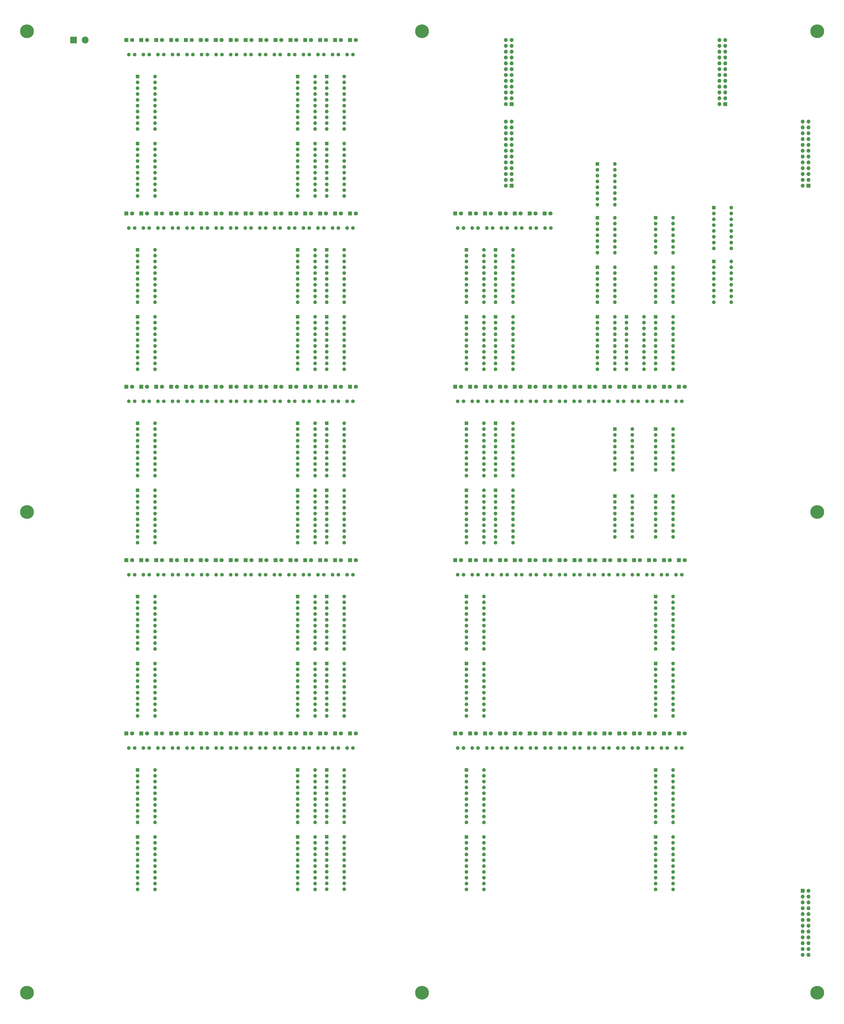
<source format=gbr>
%TF.GenerationSoftware,KiCad,Pcbnew,6.0.7-f9a2dced07~116~ubuntu20.04.1*%
%TF.CreationDate,2022-09-07T21:51:15+02:00*%
%TF.ProjectId,px16_regfile,70783136-5f72-4656-9766-696c652e6b69,1*%
%TF.SameCoordinates,Original*%
%TF.FileFunction,Soldermask,Top*%
%TF.FilePolarity,Negative*%
%FSLAX46Y46*%
G04 Gerber Fmt 4.6, Leading zero omitted, Abs format (unit mm)*
G04 Created by KiCad (PCBNEW 6.0.7-f9a2dced07~116~ubuntu20.04.1) date 2022-09-07 21:51:15*
%MOMM*%
%LPD*%
G01*
G04 APERTURE LIST*
%ADD10R,1.800000X1.800000*%
%ADD11C,1.800000*%
%ADD12R,1.600000X1.600000*%
%ADD13O,1.600000X1.600000*%
%ADD14C,1.600000*%
%ADD15C,6.000000*%
%ADD16R,1.700000X1.700000*%
%ADD17O,1.700000X1.700000*%
%ADD18R,3.000000X3.000000*%
%ADD19C,3.000000*%
G04 APERTURE END LIST*
D10*
%TO.C,D80*%
X77628750Y-373380000D03*
D11*
X80168750Y-373380000D03*
%TD*%
D10*
%TO.C,D93*%
X240665000Y-222250000D03*
D11*
X243205000Y-222250000D03*
%TD*%
D12*
%TO.C,U57*%
X226060000Y-313690000D03*
D13*
X226060000Y-316230000D03*
X226060000Y-318770000D03*
X226060000Y-321310000D03*
X226060000Y-323850000D03*
X226060000Y-326390000D03*
X226060000Y-328930000D03*
X226060000Y-331470000D03*
X226060000Y-334010000D03*
X226060000Y-336550000D03*
X233680000Y-336550000D03*
X233680000Y-334010000D03*
X233680000Y-331470000D03*
X233680000Y-328930000D03*
X233680000Y-326390000D03*
X233680000Y-323850000D03*
X233680000Y-321310000D03*
X233680000Y-318770000D03*
X233680000Y-316230000D03*
X233680000Y-313690000D03*
%TD*%
D10*
%TO.C,D26*%
X116681250Y-146685000D03*
D11*
X119221250Y-146685000D03*
%TD*%
D14*
%TO.C,R57*%
X125730000Y-304165000D03*
D13*
X123190000Y-304165000D03*
%TD*%
D10*
%TO.C,D108*%
X292735000Y-373380000D03*
D11*
X295275000Y-373380000D03*
%TD*%
D10*
%TO.C,D1*%
X175260000Y-71120000D03*
D11*
X177800000Y-71120000D03*
%TD*%
D14*
%TO.C,R50*%
X170180000Y-304165000D03*
D13*
X167640000Y-304165000D03*
%TD*%
D10*
%TO.C,D92*%
X247173750Y-222250000D03*
D11*
X249713750Y-222250000D03*
%TD*%
D12*
%TO.C,U14*%
X152400000Y-238125000D03*
D13*
X152400000Y-240665000D03*
X152400000Y-243205000D03*
X152400000Y-245745000D03*
X152400000Y-248285000D03*
X152400000Y-250825000D03*
X152400000Y-253365000D03*
X152400000Y-255905000D03*
X152400000Y-258445000D03*
X152400000Y-260985000D03*
X160020000Y-260985000D03*
X160020000Y-258445000D03*
X160020000Y-255905000D03*
X160020000Y-253365000D03*
X160020000Y-250825000D03*
X160020000Y-248285000D03*
X160020000Y-245745000D03*
X160020000Y-243205000D03*
X160020000Y-240665000D03*
X160020000Y-238125000D03*
%TD*%
D14*
%TO.C,R90*%
X262890000Y-228600000D03*
D13*
X260350000Y-228600000D03*
%TD*%
D14*
%TO.C,R25*%
X125730000Y-153035000D03*
D13*
X123190000Y-153035000D03*
%TD*%
D14*
%TO.C,R51*%
X163825000Y-304165000D03*
D13*
X161285000Y-304165000D03*
%TD*%
D10*
%TO.C,D36*%
X155733750Y-222250000D03*
D11*
X158273750Y-222250000D03*
%TD*%
D14*
%TO.C,R62*%
X93980000Y-304165000D03*
D13*
X91440000Y-304165000D03*
%TD*%
D14*
%TO.C,R6*%
X144780000Y-77470000D03*
D13*
X142240000Y-77470000D03*
%TD*%
D15*
%TO.C,H3*%
X379095000Y-67310000D03*
%TD*%
D12*
%TO.C,U34*%
X283210000Y-125095000D03*
D13*
X283210000Y-127635000D03*
X283210000Y-130175000D03*
X283210000Y-132715000D03*
X283210000Y-135255000D03*
X283210000Y-137795000D03*
X283210000Y-140335000D03*
X283210000Y-142875000D03*
X290830000Y-142875000D03*
X290830000Y-140335000D03*
X290830000Y-137795000D03*
X290830000Y-135255000D03*
X290830000Y-132715000D03*
X290830000Y-130175000D03*
X290830000Y-127635000D03*
X290830000Y-125095000D03*
%TD*%
D12*
%TO.C,U11*%
X152410000Y-191775000D03*
D13*
X152410000Y-194315000D03*
X152410000Y-196855000D03*
X152410000Y-199395000D03*
X152410000Y-201935000D03*
X152410000Y-204475000D03*
X152410000Y-207015000D03*
X152410000Y-209555000D03*
X152410000Y-212095000D03*
X152410000Y-214635000D03*
X160030000Y-214635000D03*
X160030000Y-212095000D03*
X160030000Y-209555000D03*
X160030000Y-207015000D03*
X160030000Y-204475000D03*
X160030000Y-201935000D03*
X160030000Y-199395000D03*
X160030000Y-196855000D03*
X160030000Y-194315000D03*
X160030000Y-191775000D03*
%TD*%
D12*
%TO.C,U3*%
X165110000Y-87000000D03*
D13*
X165110000Y-89540000D03*
X165110000Y-92080000D03*
X165110000Y-94620000D03*
X165110000Y-97160000D03*
X165110000Y-99700000D03*
X165110000Y-102240000D03*
X165110000Y-104780000D03*
X165110000Y-107320000D03*
X165110000Y-109860000D03*
X172730000Y-109860000D03*
X172730000Y-107320000D03*
X172730000Y-104780000D03*
X172730000Y-102240000D03*
X172730000Y-99700000D03*
X172730000Y-97160000D03*
X172730000Y-94620000D03*
X172730000Y-92080000D03*
X172730000Y-89540000D03*
X172730000Y-87000000D03*
%TD*%
D14*
%TO.C,R66*%
X170180000Y-379730000D03*
D13*
X167640000Y-379730000D03*
%TD*%
D10*
%TO.C,D60*%
X103663750Y-297815000D03*
D11*
X106203750Y-297815000D03*
%TD*%
D10*
%TO.C,D117*%
X234156250Y-373380000D03*
D11*
X236696250Y-373380000D03*
%TD*%
D14*
%TO.C,R76*%
X106680000Y-379730000D03*
D13*
X104140000Y-379730000D03*
%TD*%
D14*
%TO.C,R10*%
X119380000Y-77470000D03*
D13*
X116840000Y-77470000D03*
%TD*%
D12*
%TO.C,U23*%
X152410000Y-342905000D03*
D13*
X152410000Y-345445000D03*
X152410000Y-347985000D03*
X152410000Y-350525000D03*
X152410000Y-353065000D03*
X152410000Y-355605000D03*
X152410000Y-358145000D03*
X152410000Y-360685000D03*
X152410000Y-363225000D03*
X152410000Y-365765000D03*
X160030000Y-365765000D03*
X160030000Y-363225000D03*
X160030000Y-360685000D03*
X160030000Y-358145000D03*
X160030000Y-355605000D03*
X160030000Y-353065000D03*
X160030000Y-350525000D03*
X160030000Y-347985000D03*
X160030000Y-345445000D03*
X160030000Y-342905000D03*
%TD*%
D14*
%TO.C,R34*%
X170175000Y-228600000D03*
D13*
X167635000Y-228600000D03*
%TD*%
D14*
%TO.C,R5*%
X151130000Y-77470000D03*
D13*
X148590000Y-77470000D03*
%TD*%
D14*
%TO.C,R31*%
X87630000Y-153035000D03*
D13*
X85090000Y-153035000D03*
%TD*%
D14*
%TO.C,R43*%
X113025000Y-228600000D03*
D13*
X110485000Y-228600000D03*
%TD*%
D10*
%TO.C,D100*%
X240665000Y-146685000D03*
D11*
X243205000Y-146685000D03*
%TD*%
D14*
%TO.C,R102*%
X231140000Y-153035000D03*
D13*
X228600000Y-153035000D03*
%TD*%
D10*
%TO.C,D85*%
X292735000Y-222250000D03*
D11*
X295275000Y-222250000D03*
%TD*%
D10*
%TO.C,D116*%
X240665000Y-373380000D03*
D11*
X243205000Y-373380000D03*
%TD*%
D14*
%TO.C,R12*%
X106680000Y-77470000D03*
D13*
X104140000Y-77470000D03*
%TD*%
D10*
%TO.C,D56*%
X129698750Y-297815000D03*
D11*
X132238750Y-297815000D03*
%TD*%
D15*
%TO.C,H7*%
X34290000Y-276860000D03*
%TD*%
D10*
%TO.C,D61*%
X97155000Y-297815000D03*
D11*
X99695000Y-297815000D03*
%TD*%
D12*
%TO.C,U48*%
X290830000Y-269875000D03*
D13*
X290830000Y-272415000D03*
X290830000Y-274955000D03*
X290830000Y-277495000D03*
X290830000Y-280035000D03*
X290830000Y-282575000D03*
X290830000Y-285115000D03*
X290830000Y-287655000D03*
X298450000Y-287655000D03*
X298450000Y-285115000D03*
X298450000Y-282575000D03*
X298450000Y-280035000D03*
X298450000Y-277495000D03*
X298450000Y-274955000D03*
X298450000Y-272415000D03*
X298450000Y-269875000D03*
%TD*%
D12*
%TO.C,U10*%
X82560000Y-191775000D03*
D13*
X82560000Y-194315000D03*
X82560000Y-196855000D03*
X82560000Y-199395000D03*
X82560000Y-201935000D03*
X82560000Y-204475000D03*
X82560000Y-207015000D03*
X82560000Y-209555000D03*
X82560000Y-212095000D03*
X82560000Y-214635000D03*
X90180000Y-214635000D03*
X90180000Y-212095000D03*
X90180000Y-209555000D03*
X90180000Y-207015000D03*
X90180000Y-204475000D03*
X90180000Y-201935000D03*
X90180000Y-199395000D03*
X90180000Y-196855000D03*
X90180000Y-194315000D03*
X90180000Y-191775000D03*
%TD*%
D14*
%TO.C,R71*%
X138430000Y-379730000D03*
D13*
X135890000Y-379730000D03*
%TD*%
D12*
%TO.C,U53*%
X308610000Y-389255000D03*
D13*
X308610000Y-391795000D03*
X308610000Y-394335000D03*
X308610000Y-396875000D03*
X308610000Y-399415000D03*
X308610000Y-401955000D03*
X308610000Y-404495000D03*
X308610000Y-407035000D03*
X308610000Y-409575000D03*
X308610000Y-412115000D03*
X316230000Y-412115000D03*
X316230000Y-409575000D03*
X316230000Y-407035000D03*
X316230000Y-404495000D03*
X316230000Y-401955000D03*
X316230000Y-399415000D03*
X316230000Y-396875000D03*
X316230000Y-394335000D03*
X316230000Y-391795000D03*
X316230000Y-389255000D03*
%TD*%
D12*
%TO.C,U45*%
X308610000Y-240665000D03*
D13*
X308610000Y-243205000D03*
X308610000Y-245745000D03*
X308610000Y-248285000D03*
X308610000Y-250825000D03*
X308610000Y-253365000D03*
X308610000Y-255905000D03*
X308610000Y-258445000D03*
X316230000Y-258445000D03*
X316230000Y-255905000D03*
X316230000Y-253365000D03*
X316230000Y-250825000D03*
X316230000Y-248285000D03*
X316230000Y-245745000D03*
X316230000Y-243205000D03*
X316230000Y-240665000D03*
%TD*%
D14*
%TO.C,R92*%
X250190000Y-228600000D03*
D13*
X247650000Y-228600000D03*
%TD*%
D10*
%TO.C,D59*%
X110172500Y-297815000D03*
D11*
X112712500Y-297815000D03*
%TD*%
D14*
%TO.C,R105*%
X313690000Y-379730000D03*
D13*
X311150000Y-379730000D03*
%TD*%
D14*
%TO.C,R107*%
X300990000Y-379730000D03*
D13*
X298450000Y-379730000D03*
%TD*%
D10*
%TO.C,D131*%
X247173750Y-297815000D03*
D11*
X249713750Y-297815000D03*
%TD*%
D10*
%TO.C,D48*%
X77628750Y-222250000D03*
D11*
X80168750Y-222250000D03*
%TD*%
D14*
%TO.C,R72*%
X132080000Y-379730000D03*
D13*
X129540000Y-379730000D03*
%TD*%
D12*
%TO.C,U16*%
X82550000Y-267335000D03*
D13*
X82550000Y-269875000D03*
X82550000Y-272415000D03*
X82550000Y-274955000D03*
X82550000Y-277495000D03*
X82550000Y-280035000D03*
X82550000Y-282575000D03*
X82550000Y-285115000D03*
X82550000Y-287655000D03*
X82550000Y-290195000D03*
X90170000Y-290195000D03*
X90170000Y-287655000D03*
X90170000Y-285115000D03*
X90170000Y-282575000D03*
X90170000Y-280035000D03*
X90170000Y-277495000D03*
X90170000Y-274955000D03*
X90170000Y-272415000D03*
X90170000Y-269875000D03*
X90170000Y-267335000D03*
%TD*%
D14*
%TO.C,R40*%
X132075000Y-228600000D03*
D13*
X129535000Y-228600000D03*
%TD*%
D14*
%TO.C,R52*%
X157475000Y-304165000D03*
D13*
X154935000Y-304165000D03*
%TD*%
D14*
%TO.C,R29*%
X100330000Y-153035000D03*
D13*
X97790000Y-153035000D03*
%TD*%
D14*
%TO.C,R87*%
X281940000Y-228600000D03*
D13*
X279400000Y-228600000D03*
%TD*%
D12*
%TO.C,U25*%
X82560000Y-389260000D03*
D13*
X82560000Y-391800000D03*
X82560000Y-394340000D03*
X82560000Y-396880000D03*
X82560000Y-399420000D03*
X82560000Y-401960000D03*
X82560000Y-404500000D03*
X82560000Y-407040000D03*
X82560000Y-409580000D03*
X82560000Y-412120000D03*
X90180000Y-412120000D03*
X90180000Y-409580000D03*
X90180000Y-407040000D03*
X90180000Y-404500000D03*
X90180000Y-401960000D03*
X90180000Y-399420000D03*
X90180000Y-396880000D03*
X90180000Y-394340000D03*
X90180000Y-391800000D03*
X90180000Y-389260000D03*
%TD*%
D14*
%TO.C,R53*%
X151130000Y-304165000D03*
D13*
X148590000Y-304165000D03*
%TD*%
D10*
%TO.C,D31*%
X84137500Y-146685000D03*
D11*
X86677500Y-146685000D03*
%TD*%
D12*
%TO.C,U42*%
X238760000Y-191770000D03*
D13*
X238760000Y-194310000D03*
X238760000Y-196850000D03*
X238760000Y-199390000D03*
X238760000Y-201930000D03*
X238760000Y-204470000D03*
X238760000Y-207010000D03*
X238760000Y-209550000D03*
X238760000Y-212090000D03*
X238760000Y-214630000D03*
X246380000Y-214630000D03*
X246380000Y-212090000D03*
X246380000Y-209550000D03*
X246380000Y-207010000D03*
X246380000Y-204470000D03*
X246380000Y-201930000D03*
X246380000Y-199390000D03*
X246380000Y-196850000D03*
X246380000Y-194310000D03*
X246380000Y-191770000D03*
%TD*%
D14*
%TO.C,R101*%
X237490000Y-153035000D03*
D13*
X234950000Y-153035000D03*
%TD*%
D14*
%TO.C,R41*%
X125725000Y-228600000D03*
D13*
X123185000Y-228600000D03*
%TD*%
D12*
%TO.C,U37*%
X283210000Y-191770000D03*
D13*
X283210000Y-194310000D03*
X283210000Y-196850000D03*
X283210000Y-199390000D03*
X283210000Y-201930000D03*
X283210000Y-204470000D03*
X283210000Y-207010000D03*
X283210000Y-209550000D03*
X283210000Y-212090000D03*
X283210000Y-214630000D03*
X290830000Y-214630000D03*
X290830000Y-212090000D03*
X290830000Y-209550000D03*
X290830000Y-207010000D03*
X290830000Y-204470000D03*
X290830000Y-201930000D03*
X290830000Y-199390000D03*
X290830000Y-196850000D03*
X290830000Y-194310000D03*
X290830000Y-191770000D03*
%TD*%
D12*
%TO.C,U40*%
X308610000Y-191770000D03*
D13*
X308610000Y-194310000D03*
X308610000Y-196850000D03*
X308610000Y-199390000D03*
X308610000Y-201930000D03*
X308610000Y-204470000D03*
X308610000Y-207010000D03*
X308610000Y-209550000D03*
X308610000Y-212090000D03*
X308610000Y-214630000D03*
X316230000Y-214630000D03*
X316230000Y-212090000D03*
X316230000Y-209550000D03*
X316230000Y-207010000D03*
X316230000Y-204470000D03*
X316230000Y-201930000D03*
X316230000Y-199390000D03*
X316230000Y-196850000D03*
X316230000Y-194310000D03*
X316230000Y-191770000D03*
%TD*%
D12*
%TO.C,U38*%
X238760000Y-162560000D03*
D13*
X238760000Y-165100000D03*
X238760000Y-167640000D03*
X238760000Y-170180000D03*
X238760000Y-172720000D03*
X238760000Y-175260000D03*
X238760000Y-177800000D03*
X238760000Y-180340000D03*
X238760000Y-182880000D03*
X238760000Y-185420000D03*
X246380000Y-185420000D03*
X246380000Y-182880000D03*
X246380000Y-180340000D03*
X246380000Y-177800000D03*
X246380000Y-175260000D03*
X246380000Y-172720000D03*
X246380000Y-170180000D03*
X246380000Y-167640000D03*
X246380000Y-165100000D03*
X246380000Y-162560000D03*
%TD*%
D14*
%TO.C,R42*%
X119375000Y-228600000D03*
D13*
X116835000Y-228600000D03*
%TD*%
D16*
%TO.C,J2*%
X245745000Y-134620000D03*
D17*
X243205000Y-134620000D03*
X245745000Y-132080000D03*
X243205000Y-132080000D03*
X245745000Y-129540000D03*
X243205000Y-129540000D03*
X245745000Y-127000000D03*
X243205000Y-127000000D03*
X245745000Y-124460000D03*
X243205000Y-124460000D03*
X245745000Y-121920000D03*
X243205000Y-121920000D03*
X245745000Y-119380000D03*
X243205000Y-119380000D03*
X245745000Y-116840000D03*
X243205000Y-116840000D03*
X245745000Y-114300000D03*
X243205000Y-114300000D03*
X245745000Y-111760000D03*
X243205000Y-111760000D03*
X245745000Y-109220000D03*
X243205000Y-109220000D03*
X245745000Y-106680000D03*
X243205000Y-106680000D03*
%TD*%
D10*
%TO.C,D57*%
X123190000Y-297815000D03*
D11*
X125730000Y-297815000D03*
%TD*%
D10*
%TO.C,D19*%
X162242500Y-146685000D03*
D11*
X164782500Y-146685000D03*
%TD*%
D10*
%TO.C,D65*%
X175260000Y-373380000D03*
D11*
X177800000Y-373380000D03*
%TD*%
D12*
%TO.C,U44*%
X290830000Y-240665000D03*
D13*
X290830000Y-243205000D03*
X290830000Y-245745000D03*
X290830000Y-248285000D03*
X290830000Y-250825000D03*
X290830000Y-253365000D03*
X290830000Y-255905000D03*
X290830000Y-258445000D03*
X298450000Y-258445000D03*
X298450000Y-255905000D03*
X298450000Y-253365000D03*
X298450000Y-250825000D03*
X298450000Y-248285000D03*
X298450000Y-245745000D03*
X298450000Y-243205000D03*
X298450000Y-240665000D03*
%TD*%
D10*
%TO.C,D104*%
X318770000Y-373380000D03*
D11*
X321310000Y-373380000D03*
%TD*%
D14*
%TO.C,R129*%
X262890000Y-304165000D03*
D13*
X260350000Y-304165000D03*
%TD*%
D12*
%TO.C,U51*%
X226060000Y-267335000D03*
D13*
X226060000Y-269875000D03*
X226060000Y-272415000D03*
X226060000Y-274955000D03*
X226060000Y-277495000D03*
X226060000Y-280035000D03*
X226060000Y-282575000D03*
X226060000Y-285115000D03*
X226060000Y-287655000D03*
X226060000Y-290195000D03*
X233680000Y-290195000D03*
X233680000Y-287655000D03*
X233680000Y-285115000D03*
X233680000Y-282575000D03*
X233680000Y-280035000D03*
X233680000Y-277495000D03*
X233680000Y-274955000D03*
X233680000Y-272415000D03*
X233680000Y-269875000D03*
X233680000Y-267335000D03*
%TD*%
D12*
%TO.C,U52*%
X283210000Y-148590000D03*
D13*
X283210000Y-151130000D03*
X283210000Y-153670000D03*
X283210000Y-156210000D03*
X283210000Y-158750000D03*
X283210000Y-161290000D03*
X283210000Y-163830000D03*
X290830000Y-163830000D03*
X290830000Y-161290000D03*
X290830000Y-158750000D03*
X290830000Y-156210000D03*
X290830000Y-153670000D03*
X290830000Y-151130000D03*
X290830000Y-148590000D03*
%TD*%
D12*
%TO.C,U60*%
X226060000Y-418465000D03*
D13*
X226060000Y-421005000D03*
X226060000Y-423545000D03*
X226060000Y-426085000D03*
X226060000Y-428625000D03*
X226060000Y-431165000D03*
X226060000Y-433705000D03*
X226060000Y-436245000D03*
X226060000Y-438785000D03*
X226060000Y-441325000D03*
X233680000Y-441325000D03*
X233680000Y-438785000D03*
X233680000Y-436245000D03*
X233680000Y-433705000D03*
X233680000Y-431165000D03*
X233680000Y-428625000D03*
X233680000Y-426085000D03*
X233680000Y-423545000D03*
X233680000Y-421005000D03*
X233680000Y-418465000D03*
%TD*%
D14*
%TO.C,R127*%
X275590000Y-304165000D03*
D13*
X273050000Y-304165000D03*
%TD*%
D14*
%TO.C,R65*%
X176530000Y-379730000D03*
D13*
X173990000Y-379730000D03*
%TD*%
D14*
%TO.C,R131*%
X250190000Y-304165000D03*
D13*
X247650000Y-304165000D03*
%TD*%
D12*
%TO.C,U41*%
X295910000Y-191770000D03*
D13*
X295910000Y-194310000D03*
X295910000Y-196850000D03*
X295910000Y-199390000D03*
X295910000Y-201930000D03*
X295910000Y-204470000D03*
X295910000Y-207010000D03*
X295910000Y-209550000D03*
X295910000Y-212090000D03*
X295910000Y-214630000D03*
X303530000Y-214630000D03*
X303530000Y-212090000D03*
X303530000Y-209550000D03*
X303530000Y-207010000D03*
X303530000Y-204470000D03*
X303530000Y-201930000D03*
X303530000Y-199390000D03*
X303530000Y-196850000D03*
X303530000Y-194310000D03*
X303530000Y-191770000D03*
%TD*%
D14*
%TO.C,R28*%
X106680000Y-153035000D03*
D13*
X104140000Y-153035000D03*
%TD*%
D14*
%TO.C,R4*%
X157480000Y-77470000D03*
D13*
X154940000Y-77470000D03*
%TD*%
D14*
%TO.C,R73*%
X125730000Y-379730000D03*
D13*
X123190000Y-379730000D03*
%TD*%
D10*
%TO.C,D6*%
X142716250Y-71120000D03*
D11*
X145256250Y-71120000D03*
%TD*%
D10*
%TO.C,D13*%
X97155000Y-71120000D03*
D11*
X99695000Y-71120000D03*
%TD*%
D12*
%TO.C,U1*%
X82560000Y-87000000D03*
D13*
X82560000Y-89540000D03*
X82560000Y-92080000D03*
X82560000Y-94620000D03*
X82560000Y-97160000D03*
X82560000Y-99700000D03*
X82560000Y-102240000D03*
X82560000Y-104780000D03*
X82560000Y-107320000D03*
X82560000Y-109860000D03*
X90180000Y-109860000D03*
X90180000Y-107320000D03*
X90180000Y-104780000D03*
X90180000Y-102240000D03*
X90180000Y-99700000D03*
X90180000Y-97160000D03*
X90180000Y-94620000D03*
X90180000Y-92080000D03*
X90180000Y-89540000D03*
X90180000Y-87000000D03*
%TD*%
D10*
%TO.C,D5*%
X149225000Y-71120000D03*
D11*
X151765000Y-71120000D03*
%TD*%
D12*
%TO.C,U26*%
X152400000Y-389255000D03*
D13*
X152400000Y-391795000D03*
X152400000Y-394335000D03*
X152400000Y-396875000D03*
X152400000Y-399415000D03*
X152400000Y-401955000D03*
X152400000Y-404495000D03*
X152400000Y-407035000D03*
X152400000Y-409575000D03*
X152400000Y-412115000D03*
X160020000Y-412115000D03*
X160020000Y-409575000D03*
X160020000Y-407035000D03*
X160020000Y-404495000D03*
X160020000Y-401955000D03*
X160020000Y-399415000D03*
X160020000Y-396875000D03*
X160020000Y-394335000D03*
X160020000Y-391795000D03*
X160020000Y-389255000D03*
%TD*%
D10*
%TO.C,D4*%
X155733750Y-71120000D03*
D11*
X158273750Y-71120000D03*
%TD*%
D14*
%TO.C,R27*%
X113030000Y-153035000D03*
D13*
X110490000Y-153035000D03*
%TD*%
D14*
%TO.C,R23*%
X138430000Y-153035000D03*
D13*
X135890000Y-153035000D03*
%TD*%
D14*
%TO.C,R81*%
X320040000Y-228600000D03*
D13*
X317500000Y-228600000D03*
%TD*%
D14*
%TO.C,R7*%
X138430000Y-77470000D03*
D13*
X135890000Y-77470000D03*
%TD*%
D10*
%TO.C,D115*%
X247173750Y-373380000D03*
D11*
X249713750Y-373380000D03*
%TD*%
D10*
%TO.C,D88*%
X273213750Y-222250000D03*
D11*
X275753750Y-222250000D03*
%TD*%
D10*
%TO.C,D50*%
X168751250Y-297815000D03*
D11*
X171291250Y-297815000D03*
%TD*%
D10*
%TO.C,D8*%
X129698750Y-71120000D03*
D11*
X132238750Y-71120000D03*
%TD*%
D10*
%TO.C,D74*%
X116681250Y-373380000D03*
D11*
X119221250Y-373380000D03*
%TD*%
D10*
%TO.C,D54*%
X142716250Y-297815000D03*
D11*
X145256250Y-297815000D03*
%TD*%
D14*
%TO.C,R24*%
X132080000Y-153035000D03*
D13*
X129540000Y-153035000D03*
%TD*%
D10*
%TO.C,D52*%
X155733750Y-297815000D03*
D11*
X158273750Y-297815000D03*
%TD*%
D16*
%TO.C,J3*%
X245745000Y-99060000D03*
D17*
X243205000Y-99060000D03*
X245745000Y-96520000D03*
X243205000Y-96520000D03*
X245745000Y-93980000D03*
X243205000Y-93980000D03*
X245745000Y-91440000D03*
X243205000Y-91440000D03*
X245745000Y-88900000D03*
X243205000Y-88900000D03*
X245745000Y-86360000D03*
X243205000Y-86360000D03*
X245745000Y-83820000D03*
X243205000Y-83820000D03*
X245745000Y-81280000D03*
X243205000Y-81280000D03*
X245745000Y-78740000D03*
X243205000Y-78740000D03*
X245745000Y-76200000D03*
X243205000Y-76200000D03*
X245745000Y-73660000D03*
X243205000Y-73660000D03*
X245745000Y-71120000D03*
X243205000Y-71120000D03*
%TD*%
D10*
%TO.C,D127*%
X273208750Y-297815000D03*
D11*
X275748750Y-297815000D03*
%TD*%
D10*
%TO.C,D11*%
X110172500Y-71120000D03*
D11*
X112712500Y-71120000D03*
%TD*%
D10*
%TO.C,D128*%
X266700000Y-297815000D03*
D11*
X269240000Y-297815000D03*
%TD*%
D14*
%TO.C,R113*%
X262890000Y-379730000D03*
D13*
X260350000Y-379730000D03*
%TD*%
D10*
%TO.C,D66*%
X168751250Y-373380000D03*
D11*
X171291250Y-373380000D03*
%TD*%
D10*
%TO.C,D121*%
X312261250Y-297815000D03*
D11*
X314801250Y-297815000D03*
%TD*%
D10*
%TO.C,D29*%
X97155000Y-146685000D03*
D11*
X99695000Y-146685000D03*
%TD*%
D10*
%TO.C,D39*%
X136207500Y-222250000D03*
D11*
X138747500Y-222250000D03*
%TD*%
D10*
%TO.C,D43*%
X110172500Y-222250000D03*
D11*
X112712500Y-222250000D03*
%TD*%
D10*
%TO.C,D55*%
X136207500Y-297815000D03*
D11*
X138747500Y-297815000D03*
%TD*%
D14*
%TO.C,R49*%
X176530000Y-304165000D03*
D13*
X173990000Y-304165000D03*
%TD*%
D12*
%TO.C,U7*%
X82560000Y-162565000D03*
D13*
X82560000Y-165105000D03*
X82560000Y-167645000D03*
X82560000Y-170185000D03*
X82560000Y-172725000D03*
X82560000Y-175265000D03*
X82560000Y-177805000D03*
X82560000Y-180345000D03*
X82560000Y-182885000D03*
X82560000Y-185425000D03*
X90180000Y-185425000D03*
X90180000Y-182885000D03*
X90180000Y-180345000D03*
X90180000Y-177805000D03*
X90180000Y-175265000D03*
X90180000Y-172725000D03*
X90180000Y-170185000D03*
X90180000Y-167645000D03*
X90180000Y-165105000D03*
X90180000Y-162565000D03*
%TD*%
D14*
%TO.C,R118*%
X231140000Y-379730000D03*
D13*
X228600000Y-379730000D03*
%TD*%
D14*
%TO.C,R33*%
X176525000Y-228600000D03*
D13*
X173985000Y-228600000D03*
%TD*%
D10*
%TO.C,D7*%
X136207500Y-71120000D03*
D11*
X138747500Y-71120000D03*
%TD*%
D10*
%TO.C,D109*%
X286226250Y-373380000D03*
D11*
X288766250Y-373380000D03*
%TD*%
D12*
%TO.C,U27*%
X165100000Y-389255000D03*
D13*
X165100000Y-391795000D03*
X165100000Y-394335000D03*
X165100000Y-396875000D03*
X165100000Y-399415000D03*
X165100000Y-401955000D03*
X165100000Y-404495000D03*
X165100000Y-407035000D03*
X165100000Y-409575000D03*
X165100000Y-412115000D03*
X172720000Y-412115000D03*
X172720000Y-409575000D03*
X172720000Y-407035000D03*
X172720000Y-404495000D03*
X172720000Y-401955000D03*
X172720000Y-399415000D03*
X172720000Y-396875000D03*
X172720000Y-394335000D03*
X172720000Y-391795000D03*
X172720000Y-389255000D03*
%TD*%
D14*
%TO.C,R58*%
X119380000Y-304165000D03*
D13*
X116840000Y-304165000D03*
%TD*%
D14*
%TO.C,R89*%
X269240000Y-228600000D03*
D13*
X266700000Y-228600000D03*
%TD*%
D14*
%TO.C,R60*%
X106680000Y-304165000D03*
D13*
X104140000Y-304165000D03*
%TD*%
D14*
%TO.C,R78*%
X93980000Y-379730000D03*
D13*
X91440000Y-379730000D03*
%TD*%
D10*
%TO.C,D103*%
X221138750Y-146685000D03*
D11*
X223678750Y-146685000D03*
%TD*%
D12*
%TO.C,U32*%
X283210000Y-170180000D03*
D13*
X283210000Y-172720000D03*
X283210000Y-175260000D03*
X283210000Y-177800000D03*
X283210000Y-180340000D03*
X283210000Y-182880000D03*
X283210000Y-185420000D03*
X290830000Y-185420000D03*
X290830000Y-182880000D03*
X290830000Y-180340000D03*
X290830000Y-177800000D03*
X290830000Y-175260000D03*
X290830000Y-172720000D03*
X290830000Y-170180000D03*
%TD*%
D14*
%TO.C,R19*%
X163830000Y-153035000D03*
D13*
X161290000Y-153035000D03*
%TD*%
D12*
%TO.C,U59*%
X226060000Y-389255000D03*
D13*
X226060000Y-391795000D03*
X226060000Y-394335000D03*
X226060000Y-396875000D03*
X226060000Y-399415000D03*
X226060000Y-401955000D03*
X226060000Y-404495000D03*
X226060000Y-407035000D03*
X226060000Y-409575000D03*
X226060000Y-412115000D03*
X233680000Y-412115000D03*
X233680000Y-409575000D03*
X233680000Y-407035000D03*
X233680000Y-404495000D03*
X233680000Y-401955000D03*
X233680000Y-399415000D03*
X233680000Y-396875000D03*
X233680000Y-394335000D03*
X233680000Y-391795000D03*
X233680000Y-389255000D03*
%TD*%
D10*
%TO.C,D89*%
X266705000Y-222250000D03*
D11*
X269245000Y-222250000D03*
%TD*%
D14*
%TO.C,R63*%
X87630000Y-304165000D03*
D13*
X85090000Y-304165000D03*
%TD*%
D14*
%TO.C,R67*%
X163830000Y-379730000D03*
D13*
X161290000Y-379730000D03*
%TD*%
D10*
%TO.C,D42*%
X116681250Y-222250000D03*
D11*
X119221250Y-222250000D03*
%TD*%
D12*
%TO.C,U5*%
X152410000Y-116210000D03*
D13*
X152410000Y-118750000D03*
X152410000Y-121290000D03*
X152410000Y-123830000D03*
X152410000Y-126370000D03*
X152410000Y-128910000D03*
X152410000Y-131450000D03*
X152410000Y-133990000D03*
X152410000Y-136530000D03*
X152410000Y-139070000D03*
X160030000Y-139070000D03*
X160030000Y-136530000D03*
X160030000Y-133990000D03*
X160030000Y-131450000D03*
X160030000Y-128910000D03*
X160030000Y-126370000D03*
X160030000Y-123830000D03*
X160030000Y-121290000D03*
X160030000Y-118750000D03*
X160030000Y-116210000D03*
%TD*%
D14*
%TO.C,R126*%
X281940000Y-304165000D03*
D13*
X279400000Y-304165000D03*
%TD*%
D14*
%TO.C,R44*%
X106675000Y-228600000D03*
D13*
X104135000Y-228600000D03*
%TD*%
D14*
%TO.C,R82*%
X313690000Y-228600000D03*
D13*
X311150000Y-228600000D03*
%TD*%
D10*
%TO.C,D97*%
X260191250Y-146685000D03*
D11*
X262731250Y-146685000D03*
%TD*%
D12*
%TO.C,U18*%
X165100000Y-267335000D03*
D13*
X165100000Y-269875000D03*
X165100000Y-272415000D03*
X165100000Y-274955000D03*
X165100000Y-277495000D03*
X165100000Y-280035000D03*
X165100000Y-282575000D03*
X165100000Y-285115000D03*
X165100000Y-287655000D03*
X165100000Y-290195000D03*
X172720000Y-290195000D03*
X172720000Y-287655000D03*
X172720000Y-285115000D03*
X172720000Y-282575000D03*
X172720000Y-280035000D03*
X172720000Y-277495000D03*
X172720000Y-274955000D03*
X172720000Y-272415000D03*
X172720000Y-269875000D03*
X172720000Y-267335000D03*
%TD*%
D14*
%TO.C,R94*%
X237490000Y-228600000D03*
D13*
X234950000Y-228600000D03*
%TD*%
D14*
%TO.C,R135*%
X224790000Y-304165000D03*
D13*
X222250000Y-304165000D03*
%TD*%
D10*
%TO.C,D58*%
X116681250Y-297815000D03*
D11*
X119221250Y-297815000D03*
%TD*%
D10*
%TO.C,D67*%
X162242500Y-373380000D03*
D11*
X164782500Y-373380000D03*
%TD*%
D15*
%TO.C,H2*%
X206692500Y-67310000D03*
%TD*%
D10*
%TO.C,D83*%
X305752500Y-222250000D03*
D11*
X308292500Y-222250000D03*
%TD*%
D15*
%TO.C,H1*%
X34290000Y-67310000D03*
%TD*%
D12*
%TO.C,U9*%
X165110000Y-162565000D03*
D13*
X165110000Y-165105000D03*
X165110000Y-167645000D03*
X165110000Y-170185000D03*
X165110000Y-172725000D03*
X165110000Y-175265000D03*
X165110000Y-177805000D03*
X165110000Y-180345000D03*
X165110000Y-182885000D03*
X165110000Y-185425000D03*
X172730000Y-185425000D03*
X172730000Y-182885000D03*
X172730000Y-180345000D03*
X172730000Y-177805000D03*
X172730000Y-175265000D03*
X172730000Y-172725000D03*
X172730000Y-170185000D03*
X172730000Y-167645000D03*
X172730000Y-165105000D03*
X172730000Y-162565000D03*
%TD*%
D14*
%TO.C,R15*%
X87630000Y-77470000D03*
D13*
X85090000Y-77470000D03*
%TD*%
D10*
%TO.C,D16*%
X77628750Y-71120000D03*
D11*
X80168750Y-71120000D03*
%TD*%
D14*
%TO.C,R36*%
X157475000Y-228600000D03*
D13*
X154935000Y-228600000D03*
%TD*%
D14*
%TO.C,R124*%
X294640000Y-304165000D03*
D13*
X292100000Y-304165000D03*
%TD*%
D10*
%TO.C,D107*%
X299243750Y-373380000D03*
D11*
X301783750Y-373380000D03*
%TD*%
D14*
%TO.C,R14*%
X93980000Y-77470000D03*
D13*
X91440000Y-77470000D03*
%TD*%
D12*
%TO.C,U36*%
X308620000Y-148590000D03*
D13*
X308620000Y-151130000D03*
X308620000Y-153670000D03*
X308620000Y-156210000D03*
X308620000Y-158750000D03*
X308620000Y-161290000D03*
X308620000Y-163830000D03*
X316240000Y-163830000D03*
X316240000Y-161290000D03*
X316240000Y-158750000D03*
X316240000Y-156210000D03*
X316240000Y-153670000D03*
X316240000Y-151130000D03*
X316240000Y-148590000D03*
%TD*%
D10*
%TO.C,D111*%
X273208750Y-373380000D03*
D11*
X275748750Y-373380000D03*
%TD*%
D10*
%TO.C,D77*%
X97155000Y-373380000D03*
D11*
X99695000Y-373380000D03*
%TD*%
D14*
%TO.C,R30*%
X93980000Y-153035000D03*
D13*
X91440000Y-153035000D03*
%TD*%
D12*
%TO.C,U19*%
X82560000Y-313695000D03*
D13*
X82560000Y-316235000D03*
X82560000Y-318775000D03*
X82560000Y-321315000D03*
X82560000Y-323855000D03*
X82560000Y-326395000D03*
X82560000Y-328935000D03*
X82560000Y-331475000D03*
X82560000Y-334015000D03*
X82560000Y-336555000D03*
X90180000Y-336555000D03*
X90180000Y-334015000D03*
X90180000Y-331475000D03*
X90180000Y-328935000D03*
X90180000Y-326395000D03*
X90180000Y-323855000D03*
X90180000Y-321315000D03*
X90180000Y-318775000D03*
X90180000Y-316235000D03*
X90180000Y-313695000D03*
%TD*%
D12*
%TO.C,U39*%
X226060000Y-162560000D03*
D13*
X226060000Y-165100000D03*
X226060000Y-167640000D03*
X226060000Y-170180000D03*
X226060000Y-172720000D03*
X226060000Y-175260000D03*
X226060000Y-177800000D03*
X226060000Y-180340000D03*
X226060000Y-182880000D03*
X226060000Y-185420000D03*
X233680000Y-185420000D03*
X233680000Y-182880000D03*
X233680000Y-180340000D03*
X233680000Y-177800000D03*
X233680000Y-175260000D03*
X233680000Y-172720000D03*
X233680000Y-170180000D03*
X233680000Y-167640000D03*
X233680000Y-165100000D03*
X233680000Y-162560000D03*
%TD*%
D10*
%TO.C,D22*%
X142716250Y-146685000D03*
D11*
X145256250Y-146685000D03*
%TD*%
D15*
%TO.C,H5*%
X379095000Y-486410000D03*
%TD*%
D10*
%TO.C,D72*%
X129698750Y-373380000D03*
D11*
X132238750Y-373380000D03*
%TD*%
D16*
%TO.C,J6*%
X339030000Y-99060000D03*
D17*
X336490000Y-99060000D03*
X339030000Y-96520000D03*
X336490000Y-96520000D03*
X339030000Y-93980000D03*
X336490000Y-93980000D03*
X339030000Y-91440000D03*
X336490000Y-91440000D03*
X339030000Y-88900000D03*
X336490000Y-88900000D03*
X339030000Y-86360000D03*
X336490000Y-86360000D03*
X339030000Y-83820000D03*
X336490000Y-83820000D03*
X339030000Y-81280000D03*
X336490000Y-81280000D03*
X339030000Y-78740000D03*
X336490000Y-78740000D03*
X339030000Y-76200000D03*
X336490000Y-76200000D03*
X339030000Y-73660000D03*
X336490000Y-73660000D03*
X339030000Y-71120000D03*
X336490000Y-71120000D03*
%TD*%
D14*
%TO.C,R95*%
X231140000Y-228600000D03*
D13*
X228600000Y-228600000D03*
%TD*%
D12*
%TO.C,U15*%
X165100000Y-238125000D03*
D13*
X165100000Y-240665000D03*
X165100000Y-243205000D03*
X165100000Y-245745000D03*
X165100000Y-248285000D03*
X165100000Y-250825000D03*
X165100000Y-253365000D03*
X165100000Y-255905000D03*
X165100000Y-258445000D03*
X165100000Y-260985000D03*
X172720000Y-260985000D03*
X172720000Y-258445000D03*
X172720000Y-255905000D03*
X172720000Y-253365000D03*
X172720000Y-250825000D03*
X172720000Y-248285000D03*
X172720000Y-245745000D03*
X172720000Y-243205000D03*
X172720000Y-240665000D03*
X172720000Y-238125000D03*
%TD*%
D10*
%TO.C,D76*%
X103663750Y-373380000D03*
D11*
X106203750Y-373380000D03*
%TD*%
D16*
%TO.C,J1*%
X372745000Y-441960000D03*
D17*
X375285000Y-441960000D03*
X372745000Y-444500000D03*
X375285000Y-444500000D03*
X372745000Y-447040000D03*
X375285000Y-447040000D03*
X372745000Y-449580000D03*
X375285000Y-449580000D03*
X372745000Y-452120000D03*
X375285000Y-452120000D03*
X372745000Y-454660000D03*
X375285000Y-454660000D03*
X372745000Y-457200000D03*
X375285000Y-457200000D03*
X372745000Y-459740000D03*
X375285000Y-459740000D03*
X372745000Y-462280000D03*
X375285000Y-462280000D03*
X372745000Y-464820000D03*
X375285000Y-464820000D03*
X372745000Y-467360000D03*
X375285000Y-467360000D03*
X372745000Y-469900000D03*
X375285000Y-469900000D03*
%TD*%
D14*
%TO.C,R21*%
X151130000Y-153035000D03*
D13*
X148590000Y-153035000D03*
%TD*%
D12*
%TO.C,U55*%
X308610000Y-313690000D03*
D13*
X308610000Y-316230000D03*
X308610000Y-318770000D03*
X308610000Y-321310000D03*
X308610000Y-323850000D03*
X308610000Y-326390000D03*
X308610000Y-328930000D03*
X308610000Y-331470000D03*
X308610000Y-334010000D03*
X308610000Y-336550000D03*
X316230000Y-336550000D03*
X316230000Y-334010000D03*
X316230000Y-331470000D03*
X316230000Y-328930000D03*
X316230000Y-326390000D03*
X316230000Y-323850000D03*
X316230000Y-321310000D03*
X316230000Y-318770000D03*
X316230000Y-316230000D03*
X316230000Y-313690000D03*
%TD*%
D10*
%TO.C,D105*%
X312261250Y-373380000D03*
D11*
X314801250Y-373380000D03*
%TD*%
D10*
%TO.C,D110*%
X279717500Y-373380000D03*
D11*
X282257500Y-373380000D03*
%TD*%
D14*
%TO.C,R64*%
X81280000Y-304165000D03*
D13*
X78740000Y-304165000D03*
%TD*%
D10*
%TO.C,D53*%
X149225000Y-297815000D03*
D11*
X151765000Y-297815000D03*
%TD*%
D10*
%TO.C,D25*%
X123190000Y-146685000D03*
D11*
X125730000Y-146685000D03*
%TD*%
D10*
%TO.C,D126*%
X279717500Y-297815000D03*
D11*
X282257500Y-297815000D03*
%TD*%
D14*
%TO.C,R39*%
X138425000Y-228600000D03*
D13*
X135885000Y-228600000D03*
%TD*%
D15*
%TO.C,H4*%
X379095000Y-276860000D03*
%TD*%
D10*
%TO.C,D70*%
X142716250Y-373380000D03*
D11*
X145256250Y-373380000D03*
%TD*%
D10*
%TO.C,D30*%
X90646250Y-146685000D03*
D11*
X93186250Y-146685000D03*
%TD*%
D14*
%TO.C,R110*%
X281940000Y-379730000D03*
D13*
X279400000Y-379730000D03*
%TD*%
D12*
%TO.C,U30*%
X165100000Y-418460000D03*
D13*
X165100000Y-421000000D03*
X165100000Y-423540000D03*
X165100000Y-426080000D03*
X165100000Y-428620000D03*
X165100000Y-431160000D03*
X165100000Y-433700000D03*
X165100000Y-436240000D03*
X165100000Y-438780000D03*
X165100000Y-441320000D03*
X172720000Y-441320000D03*
X172720000Y-438780000D03*
X172720000Y-436240000D03*
X172720000Y-433700000D03*
X172720000Y-431160000D03*
X172720000Y-428620000D03*
X172720000Y-426080000D03*
X172720000Y-423540000D03*
X172720000Y-421000000D03*
X172720000Y-418460000D03*
%TD*%
D10*
%TO.C,D40*%
X129693750Y-222250000D03*
D11*
X132233750Y-222250000D03*
%TD*%
D12*
%TO.C,U4*%
X82560000Y-116210000D03*
D13*
X82560000Y-118750000D03*
X82560000Y-121290000D03*
X82560000Y-123830000D03*
X82560000Y-126370000D03*
X82560000Y-128910000D03*
X82560000Y-131450000D03*
X82560000Y-133990000D03*
X82560000Y-136530000D03*
X82560000Y-139070000D03*
X90180000Y-139070000D03*
X90180000Y-136530000D03*
X90180000Y-133990000D03*
X90180000Y-131450000D03*
X90180000Y-128910000D03*
X90180000Y-126370000D03*
X90180000Y-123830000D03*
X90180000Y-121290000D03*
X90180000Y-118750000D03*
X90180000Y-116210000D03*
%TD*%
D14*
%TO.C,R46*%
X93975000Y-228600000D03*
D13*
X91435000Y-228600000D03*
%TD*%
D10*
%TO.C,D124*%
X292735000Y-297815000D03*
D11*
X295275000Y-297815000D03*
%TD*%
D10*
%TO.C,D44*%
X103663750Y-222250000D03*
D11*
X106203750Y-222250000D03*
%TD*%
D10*
%TO.C,D37*%
X149225000Y-222250000D03*
D11*
X151765000Y-222250000D03*
%TD*%
D10*
%TO.C,D98*%
X253682500Y-146685000D03*
D11*
X256222500Y-146685000D03*
%TD*%
D14*
%TO.C,R125*%
X288290000Y-304165000D03*
D13*
X285750000Y-304165000D03*
%TD*%
D10*
%TO.C,D101*%
X234156250Y-146685000D03*
D11*
X236696250Y-146685000D03*
%TD*%
D10*
%TO.C,D135*%
X221138750Y-297815000D03*
D11*
X223678750Y-297815000D03*
%TD*%
D10*
%TO.C,D112*%
X266700000Y-373380000D03*
D11*
X269240000Y-373380000D03*
%TD*%
D14*
%TO.C,R103*%
X224790000Y-153035000D03*
D13*
X222250000Y-153035000D03*
%TD*%
D14*
%TO.C,R96*%
X224790000Y-228600000D03*
D13*
X222250000Y-228600000D03*
%TD*%
D14*
%TO.C,R69*%
X151130000Y-379730000D03*
D13*
X148590000Y-379730000D03*
%TD*%
D14*
%TO.C,R112*%
X269240000Y-379730000D03*
D13*
X266700000Y-379730000D03*
%TD*%
D10*
%TO.C,D2*%
X168751250Y-71120000D03*
D11*
X171291250Y-71120000D03*
%TD*%
D10*
%TO.C,D130*%
X253682500Y-297815000D03*
D11*
X256222500Y-297815000D03*
%TD*%
D16*
%TO.C,J5*%
X375285000Y-134620000D03*
D17*
X372745000Y-134620000D03*
X375285000Y-132080000D03*
X372745000Y-132080000D03*
X375285000Y-129540000D03*
X372745000Y-129540000D03*
X375285000Y-127000000D03*
X372745000Y-127000000D03*
X375285000Y-124460000D03*
X372745000Y-124460000D03*
X375285000Y-121920000D03*
X372745000Y-121920000D03*
X375285000Y-119380000D03*
X372745000Y-119380000D03*
X375285000Y-116840000D03*
X372745000Y-116840000D03*
X375285000Y-114300000D03*
X372745000Y-114300000D03*
X375285000Y-111760000D03*
X372745000Y-111760000D03*
X375285000Y-109220000D03*
X372745000Y-109220000D03*
X375285000Y-106680000D03*
X372745000Y-106680000D03*
%TD*%
D10*
%TO.C,D122*%
X305752500Y-297815000D03*
D11*
X308292500Y-297815000D03*
%TD*%
D10*
%TO.C,D95*%
X227647500Y-222250000D03*
D11*
X230187500Y-222250000D03*
%TD*%
D14*
%TO.C,R114*%
X256540000Y-379730000D03*
D13*
X254000000Y-379730000D03*
%TD*%
D10*
%TO.C,D84*%
X299243750Y-222250000D03*
D11*
X301783750Y-222250000D03*
%TD*%
D10*
%TO.C,D132*%
X240665000Y-297815000D03*
D11*
X243205000Y-297815000D03*
%TD*%
D14*
%TO.C,R13*%
X100330000Y-77470000D03*
D13*
X97790000Y-77470000D03*
%TD*%
D14*
%TO.C,R1*%
X176530000Y-77470000D03*
D13*
X173990000Y-77470000D03*
%TD*%
D14*
%TO.C,R22*%
X144780000Y-153035000D03*
D13*
X142240000Y-153035000D03*
%TD*%
D12*
%TO.C,U24*%
X165110000Y-342905000D03*
D13*
X165110000Y-345445000D03*
X165110000Y-347985000D03*
X165110000Y-350525000D03*
X165110000Y-353065000D03*
X165110000Y-355605000D03*
X165110000Y-358145000D03*
X165110000Y-360685000D03*
X165110000Y-363225000D03*
X165110000Y-365765000D03*
X172730000Y-365765000D03*
X172730000Y-363225000D03*
X172730000Y-360685000D03*
X172730000Y-358145000D03*
X172730000Y-355605000D03*
X172730000Y-353065000D03*
X172730000Y-350525000D03*
X172730000Y-347985000D03*
X172730000Y-345445000D03*
X172730000Y-342905000D03*
%TD*%
D14*
%TO.C,R54*%
X144780000Y-304165000D03*
D13*
X142240000Y-304165000D03*
%TD*%
D12*
%TO.C,U29*%
X152400000Y-418465000D03*
D13*
X152400000Y-421005000D03*
X152400000Y-423545000D03*
X152400000Y-426085000D03*
X152400000Y-428625000D03*
X152400000Y-431165000D03*
X152400000Y-433705000D03*
X152400000Y-436245000D03*
X152400000Y-438785000D03*
X152400000Y-441325000D03*
X160020000Y-441325000D03*
X160020000Y-438785000D03*
X160020000Y-436245000D03*
X160020000Y-433705000D03*
X160020000Y-431165000D03*
X160020000Y-428625000D03*
X160020000Y-426085000D03*
X160020000Y-423545000D03*
X160020000Y-421005000D03*
X160020000Y-418465000D03*
%TD*%
D10*
%TO.C,D87*%
X279717500Y-222250000D03*
D11*
X282257500Y-222250000D03*
%TD*%
D14*
%TO.C,R115*%
X250190000Y-379730000D03*
D13*
X247650000Y-379730000D03*
%TD*%
D14*
%TO.C,R132*%
X243840000Y-304165000D03*
D13*
X241300000Y-304165000D03*
%TD*%
D14*
%TO.C,R80*%
X81280000Y-379730000D03*
D13*
X78740000Y-379730000D03*
%TD*%
D14*
%TO.C,R55*%
X138430000Y-304165000D03*
D13*
X135890000Y-304165000D03*
%TD*%
D12*
%TO.C,U17*%
X152400000Y-267335000D03*
D13*
X152400000Y-269875000D03*
X152400000Y-272415000D03*
X152400000Y-274955000D03*
X152400000Y-277495000D03*
X152400000Y-280035000D03*
X152400000Y-282575000D03*
X152400000Y-285115000D03*
X152400000Y-287655000D03*
X152400000Y-290195000D03*
X160020000Y-290195000D03*
X160020000Y-287655000D03*
X160020000Y-285115000D03*
X160020000Y-282575000D03*
X160020000Y-280035000D03*
X160020000Y-277495000D03*
X160020000Y-274955000D03*
X160020000Y-272415000D03*
X160020000Y-269875000D03*
X160020000Y-267335000D03*
%TD*%
D14*
%TO.C,R32*%
X81280000Y-153035000D03*
D13*
X78740000Y-153035000D03*
%TD*%
D14*
%TO.C,R26*%
X119380000Y-153035000D03*
D13*
X116840000Y-153035000D03*
%TD*%
D10*
%TO.C,D12*%
X103663750Y-71120000D03*
D11*
X106203750Y-71120000D03*
%TD*%
D10*
%TO.C,D9*%
X123190000Y-71120000D03*
D11*
X125730000Y-71120000D03*
%TD*%
D14*
%TO.C,R45*%
X100325000Y-228600000D03*
D13*
X97785000Y-228600000D03*
%TD*%
D10*
%TO.C,D82*%
X312261250Y-222250000D03*
D11*
X314801250Y-222250000D03*
%TD*%
D14*
%TO.C,R109*%
X288290000Y-379730000D03*
D13*
X285750000Y-379730000D03*
%TD*%
D12*
%TO.C,U33*%
X334010000Y-167640000D03*
D13*
X334010000Y-170180000D03*
X334010000Y-172720000D03*
X334010000Y-175260000D03*
X334010000Y-177800000D03*
X334010000Y-180340000D03*
X334010000Y-182880000D03*
X334010000Y-185420000D03*
X341630000Y-185420000D03*
X341630000Y-182880000D03*
X341630000Y-180340000D03*
X341630000Y-177800000D03*
X341630000Y-175260000D03*
X341630000Y-172720000D03*
X341630000Y-170180000D03*
X341630000Y-167640000D03*
%TD*%
D14*
%TO.C,R17*%
X176530000Y-153035000D03*
D13*
X173990000Y-153035000D03*
%TD*%
D14*
%TO.C,R3*%
X163830000Y-77470000D03*
D13*
X161290000Y-77470000D03*
%TD*%
D12*
%TO.C,U28*%
X82560000Y-418465000D03*
D13*
X82560000Y-421005000D03*
X82560000Y-423545000D03*
X82560000Y-426085000D03*
X82560000Y-428625000D03*
X82560000Y-431165000D03*
X82560000Y-433705000D03*
X82560000Y-436245000D03*
X82560000Y-438785000D03*
X82560000Y-441325000D03*
X90180000Y-441325000D03*
X90180000Y-438785000D03*
X90180000Y-436245000D03*
X90180000Y-433705000D03*
X90180000Y-431165000D03*
X90180000Y-428625000D03*
X90180000Y-426085000D03*
X90180000Y-423545000D03*
X90180000Y-421005000D03*
X90180000Y-418465000D03*
%TD*%
D10*
%TO.C,D34*%
X168751250Y-222250000D03*
D11*
X171291250Y-222250000D03*
%TD*%
D10*
%TO.C,D62*%
X90646250Y-297815000D03*
D11*
X93186250Y-297815000D03*
%TD*%
D10*
%TO.C,D68*%
X155733750Y-373380000D03*
D11*
X158273750Y-373380000D03*
%TD*%
D14*
%TO.C,R48*%
X81275000Y-228600000D03*
D13*
X78735000Y-228600000D03*
%TD*%
D14*
%TO.C,R108*%
X294640000Y-379730000D03*
D13*
X292100000Y-379730000D03*
%TD*%
D12*
%TO.C,U12*%
X165110000Y-191775000D03*
D13*
X165110000Y-194315000D03*
X165110000Y-196855000D03*
X165110000Y-199395000D03*
X165110000Y-201935000D03*
X165110000Y-204475000D03*
X165110000Y-207015000D03*
X165110000Y-209555000D03*
X165110000Y-212095000D03*
X165110000Y-214635000D03*
X172730000Y-214635000D03*
X172730000Y-212095000D03*
X172730000Y-209555000D03*
X172730000Y-207015000D03*
X172730000Y-204475000D03*
X172730000Y-201935000D03*
X172730000Y-199395000D03*
X172730000Y-196855000D03*
X172730000Y-194315000D03*
X172730000Y-191775000D03*
%TD*%
D12*
%TO.C,U47*%
X226060000Y-238125000D03*
D13*
X226060000Y-240665000D03*
X226060000Y-243205000D03*
X226060000Y-245745000D03*
X226060000Y-248285000D03*
X226060000Y-250825000D03*
X226060000Y-253365000D03*
X226060000Y-255905000D03*
X226060000Y-258445000D03*
X226060000Y-260985000D03*
X233680000Y-260985000D03*
X233680000Y-258445000D03*
X233680000Y-255905000D03*
X233680000Y-253365000D03*
X233680000Y-250825000D03*
X233680000Y-248285000D03*
X233680000Y-245745000D03*
X233680000Y-243205000D03*
X233680000Y-240665000D03*
X233680000Y-238125000D03*
%TD*%
D14*
%TO.C,R75*%
X113030000Y-379730000D03*
D13*
X110490000Y-379730000D03*
%TD*%
D10*
%TO.C,D79*%
X84137500Y-373380000D03*
D11*
X86677500Y-373380000D03*
%TD*%
D10*
%TO.C,D45*%
X97155000Y-222250000D03*
D11*
X99695000Y-222250000D03*
%TD*%
D14*
%TO.C,R99*%
X250190000Y-153035000D03*
D13*
X247650000Y-153035000D03*
%TD*%
D14*
%TO.C,R79*%
X87630000Y-379730000D03*
D13*
X85090000Y-379730000D03*
%TD*%
D10*
%TO.C,D28*%
X103663750Y-146685000D03*
D11*
X106203750Y-146685000D03*
%TD*%
D14*
%TO.C,R84*%
X300990000Y-228600000D03*
D13*
X298450000Y-228600000D03*
%TD*%
D10*
%TO.C,D73*%
X123190000Y-373380000D03*
D11*
X125730000Y-373380000D03*
%TD*%
D10*
%TO.C,D46*%
X90646250Y-222250000D03*
D11*
X93186250Y-222250000D03*
%TD*%
D10*
%TO.C,D106*%
X305752500Y-373380000D03*
D11*
X308292500Y-373380000D03*
%TD*%
D10*
%TO.C,D134*%
X227647500Y-297815000D03*
D11*
X230187500Y-297815000D03*
%TD*%
D12*
%TO.C,U2*%
X152410000Y-87000000D03*
D13*
X152410000Y-89540000D03*
X152410000Y-92080000D03*
X152410000Y-94620000D03*
X152410000Y-97160000D03*
X152410000Y-99700000D03*
X152410000Y-102240000D03*
X152410000Y-104780000D03*
X152410000Y-107320000D03*
X152410000Y-109860000D03*
X160030000Y-109860000D03*
X160030000Y-107320000D03*
X160030000Y-104780000D03*
X160030000Y-102240000D03*
X160030000Y-99700000D03*
X160030000Y-97160000D03*
X160030000Y-94620000D03*
X160030000Y-92080000D03*
X160030000Y-89540000D03*
X160030000Y-87000000D03*
%TD*%
D10*
%TO.C,D17*%
X175260000Y-146685000D03*
D11*
X177800000Y-146685000D03*
%TD*%
D14*
%TO.C,R59*%
X113030000Y-304165000D03*
D13*
X110490000Y-304165000D03*
%TD*%
D12*
%TO.C,U54*%
X308610000Y-418465000D03*
D13*
X308610000Y-421005000D03*
X308610000Y-423545000D03*
X308610000Y-426085000D03*
X308610000Y-428625000D03*
X308610000Y-431165000D03*
X308610000Y-433705000D03*
X308610000Y-436245000D03*
X308610000Y-438785000D03*
X308610000Y-441325000D03*
X316230000Y-441325000D03*
X316230000Y-438785000D03*
X316230000Y-436245000D03*
X316230000Y-433705000D03*
X316230000Y-431165000D03*
X316230000Y-428625000D03*
X316230000Y-426085000D03*
X316230000Y-423545000D03*
X316230000Y-421005000D03*
X316230000Y-418465000D03*
%TD*%
D12*
%TO.C,U43*%
X226060000Y-191770000D03*
D13*
X226060000Y-194310000D03*
X226060000Y-196850000D03*
X226060000Y-199390000D03*
X226060000Y-201930000D03*
X226060000Y-204470000D03*
X226060000Y-207010000D03*
X226060000Y-209550000D03*
X226060000Y-212090000D03*
X226060000Y-214630000D03*
X233680000Y-214630000D03*
X233680000Y-212090000D03*
X233680000Y-209550000D03*
X233680000Y-207010000D03*
X233680000Y-204470000D03*
X233680000Y-201930000D03*
X233680000Y-199390000D03*
X233680000Y-196850000D03*
X233680000Y-194310000D03*
X233680000Y-191770000D03*
%TD*%
D14*
%TO.C,R37*%
X151125000Y-228600000D03*
D13*
X148585000Y-228600000D03*
%TD*%
D10*
%TO.C,D120*%
X318770000Y-297815000D03*
D11*
X321310000Y-297815000D03*
%TD*%
D14*
%TO.C,R38*%
X144775000Y-228600000D03*
D13*
X142235000Y-228600000D03*
%TD*%
D10*
%TO.C,D94*%
X234156250Y-222250000D03*
D11*
X236696250Y-222250000D03*
%TD*%
D14*
%TO.C,R130*%
X256540000Y-304165000D03*
D13*
X254000000Y-304165000D03*
%TD*%
D14*
%TO.C,R77*%
X100330000Y-379730000D03*
D13*
X97790000Y-379730000D03*
%TD*%
D14*
%TO.C,R85*%
X294640000Y-228600000D03*
D13*
X292100000Y-228600000D03*
%TD*%
D14*
%TO.C,R93*%
X243840000Y-228600000D03*
D13*
X241300000Y-228600000D03*
%TD*%
D10*
%TO.C,D63*%
X84137500Y-297815000D03*
D11*
X86677500Y-297815000D03*
%TD*%
D14*
%TO.C,R16*%
X81280000Y-77470000D03*
D13*
X78740000Y-77470000D03*
%TD*%
D10*
%TO.C,D81*%
X318770000Y-222250000D03*
D11*
X321310000Y-222250000D03*
%TD*%
D10*
%TO.C,D35*%
X162242500Y-222250000D03*
D11*
X164782500Y-222250000D03*
%TD*%
D14*
%TO.C,R47*%
X87625000Y-228600000D03*
D13*
X85085000Y-228600000D03*
%TD*%
D14*
%TO.C,R121*%
X313690000Y-304165000D03*
D13*
X311150000Y-304165000D03*
%TD*%
D14*
%TO.C,R8*%
X132080000Y-77470000D03*
D13*
X129540000Y-77470000D03*
%TD*%
D10*
%TO.C,D38*%
X142716250Y-222250000D03*
D11*
X145256250Y-222250000D03*
%TD*%
D10*
%TO.C,D78*%
X90646250Y-373380000D03*
D11*
X93186250Y-373380000D03*
%TD*%
D12*
%TO.C,U50*%
X238760000Y-267335000D03*
D13*
X238760000Y-269875000D03*
X238760000Y-272415000D03*
X238760000Y-274955000D03*
X238760000Y-277495000D03*
X238760000Y-280035000D03*
X238760000Y-282575000D03*
X238760000Y-285115000D03*
X238760000Y-287655000D03*
X238760000Y-290195000D03*
X246380000Y-290195000D03*
X246380000Y-287655000D03*
X246380000Y-285115000D03*
X246380000Y-282575000D03*
X246380000Y-280035000D03*
X246380000Y-277495000D03*
X246380000Y-274955000D03*
X246380000Y-272415000D03*
X246380000Y-269875000D03*
X246380000Y-267335000D03*
%TD*%
D14*
%TO.C,R88*%
X275590000Y-228600000D03*
D13*
X273050000Y-228600000D03*
%TD*%
D10*
%TO.C,D18*%
X168751250Y-146685000D03*
D11*
X171291250Y-146685000D03*
%TD*%
D10*
%TO.C,D90*%
X260191250Y-222250000D03*
D11*
X262731250Y-222250000D03*
%TD*%
D12*
%TO.C,U20*%
X152410000Y-313695000D03*
D13*
X152410000Y-316235000D03*
X152410000Y-318775000D03*
X152410000Y-321315000D03*
X152410000Y-323855000D03*
X152410000Y-326395000D03*
X152410000Y-328935000D03*
X152410000Y-331475000D03*
X152410000Y-334015000D03*
X152410000Y-336555000D03*
X160030000Y-336555000D03*
X160030000Y-334015000D03*
X160030000Y-331475000D03*
X160030000Y-328935000D03*
X160030000Y-326395000D03*
X160030000Y-323855000D03*
X160030000Y-321315000D03*
X160030000Y-318775000D03*
X160030000Y-316235000D03*
X160030000Y-313695000D03*
%TD*%
D14*
%TO.C,R134*%
X231140000Y-304165000D03*
D13*
X228600000Y-304165000D03*
%TD*%
D14*
%TO.C,R83*%
X307340000Y-228600000D03*
D13*
X304800000Y-228600000D03*
%TD*%
D10*
%TO.C,D119*%
X221138750Y-373380000D03*
D11*
X223678750Y-373380000D03*
%TD*%
D12*
%TO.C,U22*%
X82560000Y-342905000D03*
D13*
X82560000Y-345445000D03*
X82560000Y-347985000D03*
X82560000Y-350525000D03*
X82560000Y-353065000D03*
X82560000Y-355605000D03*
X82560000Y-358145000D03*
X82560000Y-360685000D03*
X82560000Y-363225000D03*
X82560000Y-365765000D03*
X90180000Y-365765000D03*
X90180000Y-363225000D03*
X90180000Y-360685000D03*
X90180000Y-358145000D03*
X90180000Y-355605000D03*
X90180000Y-353065000D03*
X90180000Y-350525000D03*
X90180000Y-347985000D03*
X90180000Y-345445000D03*
X90180000Y-342905000D03*
%TD*%
D14*
%TO.C,R104*%
X320040000Y-379730000D03*
D13*
X317500000Y-379730000D03*
%TD*%
D10*
%TO.C,D15*%
X84137500Y-71120000D03*
D11*
X86677500Y-71120000D03*
%TD*%
D10*
%TO.C,D96*%
X221138750Y-222250000D03*
D11*
X223678750Y-222250000D03*
%TD*%
D14*
%TO.C,R106*%
X307340000Y-379730000D03*
D13*
X304800000Y-379730000D03*
%TD*%
D10*
%TO.C,D129*%
X260191250Y-297815000D03*
D11*
X262731250Y-297815000D03*
%TD*%
D12*
%TO.C,U58*%
X226060000Y-342900000D03*
D13*
X226060000Y-345440000D03*
X226060000Y-347980000D03*
X226060000Y-350520000D03*
X226060000Y-353060000D03*
X226060000Y-355600000D03*
X226060000Y-358140000D03*
X226060000Y-360680000D03*
X226060000Y-363220000D03*
X226060000Y-365760000D03*
X233680000Y-365760000D03*
X233680000Y-363220000D03*
X233680000Y-360680000D03*
X233680000Y-358140000D03*
X233680000Y-355600000D03*
X233680000Y-353060000D03*
X233680000Y-350520000D03*
X233680000Y-347980000D03*
X233680000Y-345440000D03*
X233680000Y-342900000D03*
%TD*%
D14*
%TO.C,R86*%
X288290000Y-228600000D03*
D13*
X285750000Y-228600000D03*
%TD*%
D10*
%TO.C,D69*%
X149225000Y-373380000D03*
D11*
X151765000Y-373380000D03*
%TD*%
D10*
%TO.C,D49*%
X175255000Y-297815000D03*
D11*
X177795000Y-297815000D03*
%TD*%
D12*
%TO.C,U56*%
X308610000Y-342900000D03*
D13*
X308610000Y-345440000D03*
X308610000Y-347980000D03*
X308610000Y-350520000D03*
X308610000Y-353060000D03*
X308610000Y-355600000D03*
X308610000Y-358140000D03*
X308610000Y-360680000D03*
X308610000Y-363220000D03*
X308610000Y-365760000D03*
X316230000Y-365760000D03*
X316230000Y-363220000D03*
X316230000Y-360680000D03*
X316230000Y-358140000D03*
X316230000Y-355600000D03*
X316230000Y-353060000D03*
X316230000Y-350520000D03*
X316230000Y-347980000D03*
X316230000Y-345440000D03*
X316230000Y-342900000D03*
%TD*%
D14*
%TO.C,R100*%
X243840000Y-153035000D03*
D13*
X241300000Y-153035000D03*
%TD*%
D12*
%TO.C,U49*%
X308610000Y-269875000D03*
D13*
X308610000Y-272415000D03*
X308610000Y-274955000D03*
X308610000Y-277495000D03*
X308610000Y-280035000D03*
X308610000Y-282575000D03*
X308610000Y-285115000D03*
X308610000Y-287655000D03*
X316230000Y-287655000D03*
X316230000Y-285115000D03*
X316230000Y-282575000D03*
X316230000Y-280035000D03*
X316230000Y-277495000D03*
X316230000Y-274955000D03*
X316230000Y-272415000D03*
X316230000Y-269875000D03*
%TD*%
D12*
%TO.C,U21*%
X165110000Y-313695000D03*
D13*
X165110000Y-316235000D03*
X165110000Y-318775000D03*
X165110000Y-321315000D03*
X165110000Y-323855000D03*
X165110000Y-326395000D03*
X165110000Y-328935000D03*
X165110000Y-331475000D03*
X165110000Y-334015000D03*
X165110000Y-336555000D03*
X172730000Y-336555000D03*
X172730000Y-334015000D03*
X172730000Y-331475000D03*
X172730000Y-328935000D03*
X172730000Y-326395000D03*
X172730000Y-323855000D03*
X172730000Y-321315000D03*
X172730000Y-318775000D03*
X172730000Y-316235000D03*
X172730000Y-313695000D03*
%TD*%
D10*
%TO.C,D41*%
X123180000Y-222250000D03*
D11*
X125720000Y-222250000D03*
%TD*%
D14*
%TO.C,R122*%
X307340000Y-304165000D03*
D13*
X304800000Y-304165000D03*
%TD*%
D10*
%TO.C,D91*%
X253682500Y-222250000D03*
D11*
X256222500Y-222250000D03*
%TD*%
D10*
%TO.C,D14*%
X90646250Y-71120000D03*
D11*
X93186250Y-71120000D03*
%TD*%
D12*
%TO.C,U46*%
X238760000Y-238125000D03*
D13*
X238760000Y-240665000D03*
X238760000Y-243205000D03*
X238760000Y-245745000D03*
X238760000Y-248285000D03*
X238760000Y-250825000D03*
X238760000Y-253365000D03*
X238760000Y-255905000D03*
X238760000Y-258445000D03*
X238760000Y-260985000D03*
X246380000Y-260985000D03*
X246380000Y-258445000D03*
X246380000Y-255905000D03*
X246380000Y-253365000D03*
X246380000Y-250825000D03*
X246380000Y-248285000D03*
X246380000Y-245745000D03*
X246380000Y-243205000D03*
X246380000Y-240665000D03*
X246380000Y-238125000D03*
%TD*%
D10*
%TO.C,D64*%
X77628750Y-297815000D03*
D11*
X80168750Y-297815000D03*
%TD*%
D14*
%TO.C,R120*%
X320040000Y-304165000D03*
D13*
X317500000Y-304165000D03*
%TD*%
D14*
%TO.C,R117*%
X237490000Y-379730000D03*
D13*
X234950000Y-379730000D03*
%TD*%
D10*
%TO.C,D51*%
X162242500Y-297815000D03*
D11*
X164782500Y-297815000D03*
%TD*%
D10*
%TO.C,D99*%
X247173750Y-146685000D03*
D11*
X249713750Y-146685000D03*
%TD*%
D14*
%TO.C,R98*%
X256540000Y-153035000D03*
D13*
X254000000Y-153035000D03*
%TD*%
D10*
%TO.C,D21*%
X149225000Y-146685000D03*
D11*
X151765000Y-146685000D03*
%TD*%
D10*
%TO.C,D33*%
X175260000Y-222250000D03*
D11*
X177800000Y-222250000D03*
%TD*%
D10*
%TO.C,D23*%
X136207500Y-146685000D03*
D11*
X138747500Y-146685000D03*
%TD*%
D14*
%TO.C,R68*%
X157480000Y-379730000D03*
D13*
X154940000Y-379730000D03*
%TD*%
D10*
%TO.C,D24*%
X129698750Y-146685000D03*
D11*
X132238750Y-146685000D03*
%TD*%
D12*
%TO.C,U31*%
X334010000Y-144145000D03*
D13*
X334010000Y-146685000D03*
X334010000Y-149225000D03*
X334010000Y-151765000D03*
X334010000Y-154305000D03*
X334010000Y-156845000D03*
X334010000Y-159385000D03*
X334010000Y-161925000D03*
X341630000Y-161925000D03*
X341630000Y-159385000D03*
X341630000Y-156845000D03*
X341630000Y-154305000D03*
X341630000Y-151765000D03*
X341630000Y-149225000D03*
X341630000Y-146685000D03*
X341630000Y-144145000D03*
%TD*%
D15*
%TO.C,H8*%
X34290000Y-486410000D03*
%TD*%
D14*
%TO.C,R18*%
X170180000Y-153035000D03*
D13*
X167640000Y-153035000D03*
%TD*%
D14*
%TO.C,R56*%
X132080000Y-304165000D03*
D13*
X129540000Y-304165000D03*
%TD*%
D14*
%TO.C,R74*%
X119380000Y-379730000D03*
D13*
X116840000Y-379730000D03*
%TD*%
D14*
%TO.C,R20*%
X157480000Y-153035000D03*
D13*
X154940000Y-153035000D03*
%TD*%
D14*
%TO.C,R97*%
X262890000Y-153035000D03*
D13*
X260350000Y-153035000D03*
%TD*%
D12*
%TO.C,U8*%
X152410000Y-162565000D03*
D13*
X152410000Y-165105000D03*
X152410000Y-167645000D03*
X152410000Y-170185000D03*
X152410000Y-172725000D03*
X152410000Y-175265000D03*
X152410000Y-177805000D03*
X152410000Y-180345000D03*
X152410000Y-182885000D03*
X152410000Y-185425000D03*
X160030000Y-185425000D03*
X160030000Y-182885000D03*
X160030000Y-180345000D03*
X160030000Y-177805000D03*
X160030000Y-175265000D03*
X160030000Y-172725000D03*
X160030000Y-170185000D03*
X160030000Y-167645000D03*
X160030000Y-165105000D03*
X160030000Y-162565000D03*
%TD*%
D10*
%TO.C,D133*%
X234156250Y-297815000D03*
D11*
X236696250Y-297815000D03*
%TD*%
D14*
%TO.C,R123*%
X300990000Y-304165000D03*
D13*
X298450000Y-304165000D03*
%TD*%
D10*
%TO.C,D114*%
X253682500Y-373380000D03*
D11*
X256222500Y-373380000D03*
%TD*%
D10*
%TO.C,D125*%
X286226250Y-297815000D03*
D11*
X288766250Y-297815000D03*
%TD*%
D12*
%TO.C,U6*%
X165110000Y-116210000D03*
D13*
X165110000Y-118750000D03*
X165110000Y-121290000D03*
X165110000Y-123830000D03*
X165110000Y-126370000D03*
X165110000Y-128910000D03*
X165110000Y-131450000D03*
X165110000Y-133990000D03*
X165110000Y-136530000D03*
X165110000Y-139070000D03*
X172730000Y-139070000D03*
X172730000Y-136530000D03*
X172730000Y-133990000D03*
X172730000Y-131450000D03*
X172730000Y-128910000D03*
X172730000Y-126370000D03*
X172730000Y-123830000D03*
X172730000Y-121290000D03*
X172730000Y-118750000D03*
X172730000Y-116210000D03*
%TD*%
D10*
%TO.C,D102*%
X227647500Y-146685000D03*
D11*
X230187500Y-146685000D03*
%TD*%
D10*
%TO.C,D20*%
X155733750Y-146685000D03*
D11*
X158273750Y-146685000D03*
%TD*%
D14*
%TO.C,R70*%
X144780000Y-379730000D03*
D13*
X142240000Y-379730000D03*
%TD*%
D10*
%TO.C,D3*%
X162242500Y-71120000D03*
D11*
X164782500Y-71120000D03*
%TD*%
D14*
%TO.C,R119*%
X224790000Y-379730000D03*
D13*
X222250000Y-379730000D03*
%TD*%
D14*
%TO.C,R133*%
X237490000Y-304165000D03*
D13*
X234950000Y-304165000D03*
%TD*%
D14*
%TO.C,R111*%
X275590000Y-379730000D03*
D13*
X273050000Y-379730000D03*
%TD*%
D10*
%TO.C,D113*%
X260191250Y-373380000D03*
D11*
X262731250Y-373380000D03*
%TD*%
D10*
%TO.C,D27*%
X110172500Y-146685000D03*
D11*
X112712500Y-146685000D03*
%TD*%
D15*
%TO.C,H6*%
X206692500Y-486410000D03*
%TD*%
D10*
%TO.C,D10*%
X116681250Y-71120000D03*
D11*
X119221250Y-71120000D03*
%TD*%
D14*
%TO.C,R116*%
X243840000Y-379730000D03*
D13*
X241300000Y-379730000D03*
%TD*%
D14*
%TO.C,R11*%
X113030000Y-77470000D03*
D13*
X110490000Y-77470000D03*
%TD*%
D14*
%TO.C,R9*%
X125730000Y-77470000D03*
D13*
X123190000Y-77470000D03*
%TD*%
D10*
%TO.C,D118*%
X227647500Y-373380000D03*
D11*
X230187500Y-373380000D03*
%TD*%
D14*
%TO.C,R91*%
X256540000Y-228600000D03*
D13*
X254000000Y-228600000D03*
%TD*%
D10*
%TO.C,D75*%
X110172500Y-373380000D03*
D11*
X112712500Y-373380000D03*
%TD*%
D14*
%TO.C,R2*%
X170180000Y-77470000D03*
D13*
X167640000Y-77470000D03*
%TD*%
D10*
%TO.C,D71*%
X136207500Y-373380000D03*
D11*
X138747500Y-373380000D03*
%TD*%
D10*
%TO.C,D86*%
X286226250Y-222250000D03*
D11*
X288766250Y-222250000D03*
%TD*%
D10*
%TO.C,D32*%
X77628750Y-146685000D03*
D11*
X80168750Y-146685000D03*
%TD*%
D12*
%TO.C,U13*%
X82550000Y-238125000D03*
D13*
X82550000Y-240665000D03*
X82550000Y-243205000D03*
X82550000Y-245745000D03*
X82550000Y-248285000D03*
X82550000Y-250825000D03*
X82550000Y-253365000D03*
X82550000Y-255905000D03*
X82550000Y-258445000D03*
X82550000Y-260985000D03*
X90170000Y-260985000D03*
X90170000Y-258445000D03*
X90170000Y-255905000D03*
X90170000Y-253365000D03*
X90170000Y-250825000D03*
X90170000Y-248285000D03*
X90170000Y-245745000D03*
X90170000Y-243205000D03*
X90170000Y-240665000D03*
X90170000Y-238125000D03*
%TD*%
D18*
%TO.C,J4*%
X54610000Y-71120000D03*
D19*
X59690000Y-71120000D03*
%TD*%
D14*
%TO.C,R35*%
X163825000Y-228600000D03*
D13*
X161285000Y-228600000D03*
%TD*%
D12*
%TO.C,U35*%
X308610000Y-170180000D03*
D13*
X308610000Y-172720000D03*
X308610000Y-175260000D03*
X308610000Y-177800000D03*
X308610000Y-180340000D03*
X308610000Y-182880000D03*
X308610000Y-185420000D03*
X316230000Y-185420000D03*
X316230000Y-182880000D03*
X316230000Y-180340000D03*
X316230000Y-177800000D03*
X316230000Y-175260000D03*
X316230000Y-172720000D03*
X316230000Y-170180000D03*
%TD*%
D14*
%TO.C,R61*%
X100330000Y-304165000D03*
D13*
X97790000Y-304165000D03*
%TD*%
D10*
%TO.C,D123*%
X299243750Y-297815000D03*
D11*
X301783750Y-297815000D03*
%TD*%
D10*
%TO.C,D47*%
X84137500Y-222250000D03*
D11*
X86677500Y-222250000D03*
%TD*%
D14*
%TO.C,R128*%
X269240000Y-304165000D03*
D13*
X266700000Y-304165000D03*
%TD*%
M02*

</source>
